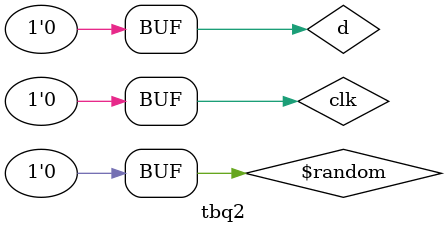
<source format=sv>
module tbq2();
    logic d = 0, clk = 0;
    wire Q, Qb;
    q2 d_flip_flop (d, clk, Q, Qb);
    initial repeat (15) #100 clk = ~clk;
    initial repeat (15) #150 d = $random;
endmodule
</source>
